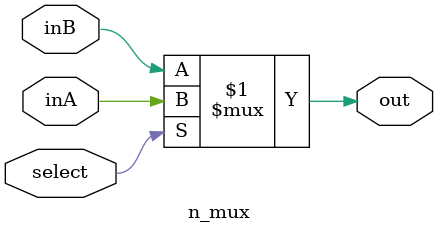
<source format=v>
`timescale 1ns / 1ps
/*
**  UCSD CSE141L Lab2 Answer Module
** -------------------------------------------------------------------
**
*/

module n_mux #(parameter WIDTH = 1)(
			input select,
			input [WIDTH - 1:0] inA,
			input [WIDTH - 1:0] inB,
			output [WIDTH - 1:0] out
			);
			assign out = select ? inA : inB;
endmodule
</source>
